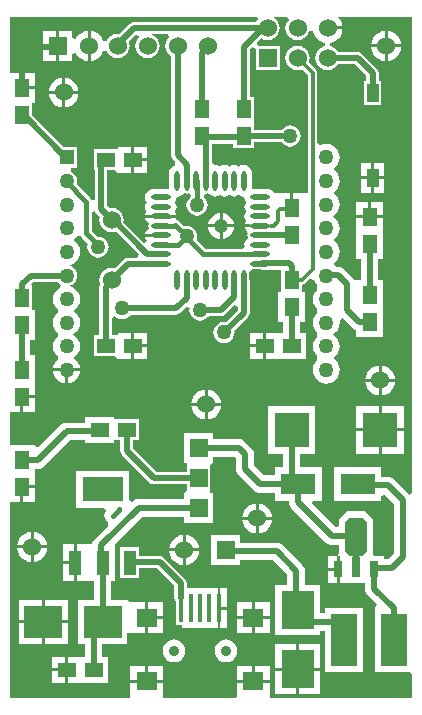
<source format=gtl>
%FSLAX25Y25*%
%MOIN*%
G70*
G01*
G75*
G04 Layer_Physical_Order=1*
G04 Layer_Color=255*
%ADD10R,0.05000X0.06000*%
%ADD11R,0.06000X0.05000*%
%ADD12R,0.04331X0.08465*%
%ADD13R,0.04331X0.08465*%
%ADD14R,0.13780X0.08465*%
%ADD15R,0.08661X0.17716*%
%ADD16R,0.07087X0.06299*%
%ADD17R,0.01575X0.09449*%
%ADD18R,0.03937X0.05906*%
%ADD19R,0.12598X0.11024*%
%ADD20R,0.02756X0.05315*%
%ADD21R,0.02756X0.07087*%
G04:AMPARAMS|DCode=22|XSize=74.8mil|YSize=129.92mil|CornerRadius=0mil|HoleSize=0mil|Usage=FLASHONLY|Rotation=0.000|XOffset=0mil|YOffset=0mil|HoleType=Round|Shape=Octagon|*
%AMOCTAGOND22*
4,1,8,-0.01870,0.06496,0.01870,0.06496,0.03740,0.04626,0.03740,-0.04626,0.01870,-0.06496,-0.01870,-0.06496,-0.03740,-0.04626,-0.03740,0.04626,-0.01870,0.06496,0.0*
%
%ADD22OCTAGOND22*%

%ADD23R,0.11024X0.12598*%
%ADD24R,0.11811X0.11811*%
%ADD25R,0.11811X0.07087*%
%ADD26O,0.01772X0.06496*%
%ADD27O,0.06496X0.01772*%
%ADD28C,0.01969*%
%ADD29C,0.01181*%
%ADD30C,0.01772*%
%ADD31C,0.06000*%
%ADD32R,0.06000X0.06000*%
%ADD33R,0.06000X0.06000*%
%ADD34R,0.05906X0.05906*%
%ADD35C,0.05000*%
%ADD36R,0.05000X0.05000*%
%ADD37C,0.04724*%
%ADD38C,0.03543*%
G36*
X138320Y70862D02*
X137201Y70482D01*
X137106Y70606D01*
X132106Y75606D01*
X131489Y76079D01*
X130771Y76377D01*
X130000Y76478D01*
X127874D01*
Y79512D01*
X112126D01*
Y68488D01*
X127874D01*
Y69871D01*
X128965Y70323D01*
X132022Y67266D01*
Y50734D01*
X130266Y48978D01*
X128752D01*
Y50163D01*
X125494D01*
X125209Y50853D01*
X125209D01*
D01*
D01*
X125209Y50853D01*
D01*
Y62073D01*
X122354Y64927D01*
X116646D01*
X113792Y62073D01*
Y59964D01*
X112700Y59512D01*
X104815Y67397D01*
X105267Y68488D01*
X108189D01*
Y79512D01*
X100978D01*
Y84126D01*
X105874D01*
Y99874D01*
X90126D01*
Y84126D01*
X95022D01*
Y79512D01*
X92441D01*
Y76978D01*
X88734D01*
X85478Y80234D01*
Y84000D01*
X85478Y84000D01*
X85377Y84771D01*
X85079Y85489D01*
X85079Y85489D01*
D01*
D01*
D01*
D01*
X85079Y85489D01*
D01*
D01*
Y85489D01*
D01*
X85079D01*
D01*
X85079D01*
D01*
D01*
X84606Y86106D01*
X84606Y86106D01*
X82606Y88106D01*
X81989Y88579D01*
X81271Y88877D01*
X80500Y88978D01*
X71921D01*
Y90921D01*
X62079D01*
Y81079D01*
X63047D01*
Y79953D01*
X63047D01*
Y78023D01*
X52838D01*
X45023Y85838D01*
Y88500D01*
X47000D01*
Y95500D01*
X39804D01*
X39804Y95500D01*
D01*
D01*
X39804Y95500D01*
X39000Y95500D01*
X38969Y95531D01*
Y96469D01*
X29032D01*
Y94478D01*
X23000D01*
X22229Y94377D01*
X21511Y94079D01*
X20894Y93606D01*
X20786Y93464D01*
X20644Y93356D01*
X13560Y86272D01*
X12468Y86724D01*
Y86968D01*
X4180D01*
Y98032D01*
X7500D01*
Y103001D01*
X7999D01*
Y103500D01*
X12468D01*
Y107032D01*
Y116969D01*
X10978D01*
Y122031D01*
X12468D01*
Y131968D01*
X11500D01*
Y131968D01*
Y132000D01*
X11500Y132804D01*
X11500D01*
D01*
Y132804D01*
X11500D01*
Y140000D01*
X11500Y140000D01*
X11500D01*
X11166Y140805D01*
X11834Y141473D01*
X20141D01*
X20504Y141000D01*
X21235Y140439D01*
X21235Y140439D01*
X20746Y139525D01*
X19813Y138809D01*
X19097Y137875D01*
X18646Y136788D01*
X18493Y135622D01*
X18646Y134456D01*
X19097Y133369D01*
X19813Y132435D01*
X20021Y132275D01*
Y131095D01*
X19813Y130935D01*
X19097Y130001D01*
X18646Y128914D01*
X18493Y127748D01*
X18646Y126582D01*
X19097Y125495D01*
X19813Y124561D01*
X20021Y124401D01*
Y123221D01*
X19813Y123061D01*
X19097Y122127D01*
X18646Y121040D01*
X18493Y119874D01*
X18646Y118708D01*
X19097Y117621D01*
X19813Y116687D01*
X20021Y116527D01*
Y115347D01*
X19813Y115187D01*
X19097Y114253D01*
X18646Y113166D01*
X18559Y112500D01*
X27441D01*
X27354Y113166D01*
X26903Y114253D01*
X26187Y115187D01*
X25253Y115903D01*
Y115971D01*
X26187Y116687D01*
X26903Y117621D01*
X27354Y118708D01*
X27507Y119874D01*
X27354Y121040D01*
X26903Y122127D01*
X26187Y123061D01*
X25253Y123777D01*
Y123845D01*
X26187Y124561D01*
X26903Y125495D01*
X27354Y126582D01*
X27507Y127748D01*
X27354Y128914D01*
X26903Y130001D01*
X26187Y130935D01*
X25253Y131651D01*
Y131719D01*
X26187Y132435D01*
X26903Y133369D01*
X27354Y134456D01*
X27507Y135622D01*
X27354Y136788D01*
X26903Y137875D01*
X26187Y138809D01*
X25253Y139525D01*
X24167Y139976D01*
Y139976D01*
X24169Y140192D01*
X24765Y140439D01*
D01*
X24765D01*
X24765Y140439D01*
X25496Y141000D01*
X26057Y141731D01*
X26410Y142582D01*
X26530Y143496D01*
X26410Y144410D01*
X26057Y145261D01*
X25496Y145992D01*
X24765Y146553D01*
X23914Y146906D01*
X24167Y147017D01*
D01*
X25253Y147467D01*
D01*
X25254D01*
X25253Y147467D01*
X26187Y148183D01*
X26903Y149117D01*
X27354Y150204D01*
X27507Y151370D01*
X27354Y152536D01*
X26903Y153623D01*
X26187Y154557D01*
X25253Y155273D01*
Y155341D01*
X26187Y156057D01*
X26551Y156531D01*
X27088Y156638D01*
X27824Y156614D01*
X28140Y156140D01*
X30171Y154110D01*
X30090Y153914D01*
X29970Y153000D01*
X30090Y152086D01*
X30443Y151235D01*
X31004Y150504D01*
X31735Y149943D01*
X32586Y149590D01*
X33500Y149470D01*
X34414Y149590D01*
X35265Y149943D01*
X35996Y150504D01*
X36557Y151235D01*
X36910Y152086D01*
X37030Y153000D01*
X36910Y153914D01*
X36557Y154765D01*
X35996Y155496D01*
X35265Y156057D01*
X34414Y156410D01*
X33500Y156530D01*
X33225Y156494D01*
X31423Y158296D01*
Y164774D01*
X32598Y164890D01*
X32631Y164726D01*
X33069Y164069D01*
X34102Y163037D01*
X33966Y162000D01*
X34103Y160956D01*
X34506Y159983D01*
X35147Y159147D01*
X35983Y158506D01*
X36956Y158103D01*
X38000Y157966D01*
X39044Y158103D01*
X39392Y158247D01*
X47048Y150591D01*
X46596Y149499D01*
X43476D01*
X42702Y149346D01*
X42046Y148907D01*
X39037Y145898D01*
X38000Y146035D01*
X36956Y145897D01*
X35983Y145494D01*
X35147Y144853D01*
X34506Y144017D01*
X34103Y143044D01*
X33966Y142000D01*
X34103Y140956D01*
X34288Y140509D01*
X34131Y140274D01*
X33977Y139500D01*
Y123500D01*
X32000D01*
Y116500D01*
X39196D01*
X40031Y115665D01*
Y115532D01*
X44500D01*
Y119999D01*
Y124469D01*
X40031D01*
Y123531D01*
X40000Y123500D01*
X39196Y123500D01*
X39196Y123500D01*
Y123500D01*
X38023D01*
Y129251D01*
X38642Y129726D01*
X39082Y129943D01*
X39735Y129443D01*
X40586Y129090D01*
X41500Y128970D01*
X42414Y129090D01*
X43265Y129443D01*
X43996Y130004D01*
X44359Y130477D01*
X59500D01*
X60274Y130631D01*
X60931Y131069D01*
X62990Y133129D01*
X64050Y132607D01*
X63970Y132000D01*
X64090Y131086D01*
X64443Y130235D01*
X65004Y129504D01*
X65735Y128943D01*
X66586Y128590D01*
X67500Y128470D01*
X68414Y128590D01*
X69265Y128943D01*
X69996Y129504D01*
X70359Y129977D01*
X74500D01*
X75274Y130131D01*
X75931Y130569D01*
X78909Y133548D01*
X80001Y133096D01*
Y131862D01*
X76091Y127952D01*
X75500Y128030D01*
X74586Y127910D01*
X73735Y127557D01*
X73004Y126996D01*
X72443Y126265D01*
X72090Y125414D01*
X71970Y124500D01*
X72090Y123586D01*
X72443Y122735D01*
X73004Y122004D01*
X73735Y121443D01*
X74586Y121090D01*
X75500Y120970D01*
X76414Y121090D01*
X77265Y121443D01*
X77996Y122004D01*
X78557Y122735D01*
X78910Y123586D01*
X79030Y124500D01*
X78952Y125091D01*
X83454Y129593D01*
X83893Y130249D01*
X84047Y131024D01*
Y141965D01*
X83946Y142469D01*
Y144327D01*
X83849Y144816D01*
X84684Y145651D01*
X85173Y145554D01*
X87614D01*
X88000Y145477D01*
X94500D01*
Y138804D01*
X94500Y138804D01*
X94500D01*
X94500Y138000D01*
X94468Y137969D01*
X93532D01*
Y128032D01*
X95022D01*
Y124469D01*
X89500D01*
Y119999D01*
Y115532D01*
X102969D01*
Y124469D01*
X100978D01*
Y128032D01*
X102469D01*
Y137969D01*
X101532D01*
X101500Y138000D01*
X101500Y138804D01*
X101500D01*
D01*
Y138804D01*
X101500D01*
Y140378D01*
X102121Y140502D01*
X102647Y140853D01*
X104176Y142382D01*
X105334Y142152D01*
X105711Y141243D01*
X106427Y140309D01*
X106635Y140149D01*
Y138969D01*
X106427Y138809D01*
X105711Y137875D01*
X105261Y136788D01*
X105107Y135622D01*
X105261Y134456D01*
X105711Y133369D01*
X106427Y132435D01*
X106635Y132275D01*
Y131095D01*
X106427Y130935D01*
X105711Y130001D01*
X105261Y128914D01*
X105107Y127748D01*
X105261Y126582D01*
X105711Y125495D01*
X106427Y124561D01*
X106635Y124401D01*
Y123221D01*
X106427Y123061D01*
X105711Y122127D01*
X105261Y121040D01*
X105107Y119874D01*
X105261Y118708D01*
X105711Y117621D01*
X106427Y116687D01*
X106635Y116527D01*
Y115347D01*
X106427Y115187D01*
X105711Y114253D01*
X105261Y113166D01*
X105107Y112000D01*
X105261Y110834D01*
X105711Y109747D01*
X106427Y108813D01*
X107361Y108097D01*
X108448Y107647D01*
X109614Y107493D01*
X110781Y107647D01*
X111868Y108097D01*
X112801Y108813D01*
X113517Y109747D01*
X113968Y110834D01*
X114121Y112000D01*
X113968Y113166D01*
X113517Y114253D01*
X112801Y115187D01*
X111868Y115903D01*
Y115971D01*
X112801Y116687D01*
X113517Y117621D01*
X113968Y118708D01*
X114121Y119874D01*
X113968Y121040D01*
X113517Y122127D01*
X112801Y123061D01*
X111868Y123777D01*
Y123845D01*
X112801Y124561D01*
X113517Y125495D01*
X113968Y126582D01*
X114121Y127748D01*
X113994Y128712D01*
X115054Y129235D01*
X118394Y125894D01*
X118394Y125894D01*
X119011Y125421D01*
X119532Y125205D01*
Y123031D01*
X128469D01*
Y132032D01*
Y141969D01*
X126978D01*
Y149031D01*
X128469D01*
Y158031D01*
Y162500D01*
X119532D01*
Y158031D01*
Y149031D01*
X121022D01*
Y141969D01*
X119532D01*
Y141969D01*
X119088D01*
X119079Y141989D01*
X118606Y142606D01*
X115606Y145606D01*
X114989Y146079D01*
X114271Y146377D01*
X113500Y146478D01*
X112958D01*
X112801Y146683D01*
X111868Y147399D01*
Y147467D01*
X112801Y148183D01*
X113517Y149117D01*
X113968Y150204D01*
X114121Y151370D01*
X113968Y152536D01*
X113517Y153623D01*
X112801Y154557D01*
X111868Y155273D01*
Y155341D01*
X112801Y156057D01*
X113517Y156991D01*
X113968Y158078D01*
X114121Y159244D01*
X113968Y160410D01*
X113517Y161497D01*
X112801Y162431D01*
X111868Y163147D01*
Y163215D01*
X112801Y163931D01*
X113517Y164865D01*
X113968Y165952D01*
X114121Y167118D01*
X113968Y168285D01*
X113517Y169372D01*
X112801Y170305D01*
X111868Y171021D01*
Y171089D01*
X112801Y171805D01*
X113517Y172739D01*
X113968Y173826D01*
X114121Y174992D01*
X113968Y176159D01*
X113517Y177246D01*
X112801Y178179D01*
X111868Y178895D01*
Y178963D01*
X112801Y179679D01*
X113517Y180613D01*
X113968Y181700D01*
X114121Y182866D01*
X113968Y184033D01*
X113517Y185120D01*
X112801Y186053D01*
X111868Y186769D01*
X110781Y187220D01*
X109614Y187373D01*
X108448Y187220D01*
X107604Y186870D01*
X106622Y187526D01*
Y211000D01*
X106498Y211621D01*
X106147Y212147D01*
X106147Y212147D01*
D01*
X106147D01*
D01*
D01*
X106147Y212147D01*
Y212147D01*
X103733Y214560D01*
X103897Y214956D01*
X104034Y216000D01*
X103897Y217044D01*
X103494Y218017D01*
X102853Y218853D01*
X102017Y219494D01*
X101044Y219897D01*
X100000Y220035D01*
X98956Y219897D01*
X97983Y219494D01*
X97147Y218853D01*
X96506Y218017D01*
X96103Y217044D01*
X95965Y216000D01*
X96103Y214956D01*
X96506Y213983D01*
X97147Y213147D01*
X97983Y212506D01*
X98956Y212103D01*
X100000Y211965D01*
X101044Y212103D01*
X101440Y212267D01*
X103378Y210328D01*
Y170968D01*
X102469D01*
Y170968D01*
X98500D01*
Y165999D01*
X97500D01*
Y170968D01*
X93532D01*
Y170968D01*
X93485Y170931D01*
X92312Y171066D01*
X91933Y171559D01*
X91337Y172017D01*
X90643Y172304D01*
X89898Y172403D01*
X85173D01*
X84903Y172673D01*
Y177398D01*
X84804Y178143D01*
X84517Y178837D01*
X84059Y179433D01*
X83463Y179891D01*
X82769Y180178D01*
X82024Y180277D01*
X81279Y180178D01*
X80584Y179891D01*
X80449Y179787D01*
X80313Y179891D01*
X79619Y180178D01*
X78874Y180277D01*
X78129Y180178D01*
X77434Y179891D01*
X77299Y179787D01*
X77164Y179891D01*
X76469Y180178D01*
X75724Y180277D01*
X74979Y180178D01*
X74285Y179891D01*
X74150Y179787D01*
X74014Y179891D01*
X73320Y180178D01*
X72575Y180277D01*
X72411Y180255D01*
X71523Y181034D01*
Y187477D01*
X78500D01*
Y186000D01*
X85500D01*
Y187977D01*
X94641D01*
X95004Y187504D01*
X95735Y186943D01*
X96586Y186590D01*
X97500Y186470D01*
X98414Y186590D01*
X99265Y186943D01*
X99996Y187504D01*
X100557Y188235D01*
X100910Y189086D01*
X101030Y190000D01*
X100910Y190914D01*
X100557Y191765D01*
X99996Y192496D01*
X99265Y193057D01*
X98414Y193410D01*
X97500Y193530D01*
X96586Y193410D01*
X95735Y193057D01*
X95004Y192496D01*
X94641Y192023D01*
X85500D01*
Y194000D01*
D01*
Y194000D01*
X85500Y194000D01*
Y195000D01*
X85500D01*
Y203000D01*
X84023D01*
Y218662D01*
X84909Y219548D01*
X86000Y219096D01*
Y212000D01*
X94000D01*
Y220000D01*
X86904D01*
X86452Y221091D01*
X87917Y222556D01*
X87983Y222506D01*
X88956Y222103D01*
X90000Y221966D01*
X91044Y222103D01*
X92017Y222506D01*
X92853Y223147D01*
X93494Y223983D01*
X93897Y224956D01*
X94034Y226000D01*
X93897Y227044D01*
X93494Y228017D01*
X92853Y228853D01*
X92017Y229494D01*
X92082Y229820D01*
X96405D01*
X96821Y229278D01*
X97076Y228760D01*
X96506Y228017D01*
X96103Y227044D01*
X95965Y226000D01*
X96103Y224956D01*
X96506Y223983D01*
X97147Y223147D01*
X97983Y222506D01*
X98956Y222103D01*
X100000Y221966D01*
X101044Y222103D01*
X102017Y222506D01*
X102853Y223147D01*
X103494Y223983D01*
X103897Y224956D01*
X103921Y225138D01*
X105102D01*
X105159Y224703D01*
X105660Y223494D01*
X106456Y222456D01*
X107494Y221660D01*
X108703Y221159D01*
X109138Y221102D01*
Y219921D01*
X108956Y219897D01*
X107983Y219494D01*
X107147Y218853D01*
X106506Y218017D01*
X106103Y217044D01*
X105965Y216000D01*
X106103Y214956D01*
X106506Y213983D01*
X107147Y213147D01*
X107983Y212506D01*
X108956Y212103D01*
X110000Y211965D01*
X111044Y212103D01*
X112017Y212506D01*
X112853Y213147D01*
X113489Y213977D01*
X119162D01*
X122977Y210162D01*
Y208299D01*
X122031D01*
Y200394D01*
X127969D01*
Y208299D01*
X127023D01*
Y211000D01*
D01*
X127023Y211000D01*
D01*
D01*
D01*
D01*
Y211000D01*
D01*
D01*
D01*
D01*
D01*
D01*
D01*
D01*
X127023Y211000D01*
X126869Y211774D01*
X126721Y211996D01*
X126721Y211996D01*
X126431Y212431D01*
Y212431D01*
D01*
D01*
D01*
X126430Y212431D01*
X121431Y217431D01*
X120774Y217869D01*
X120000Y218023D01*
X113489D01*
X112853Y218853D01*
X112017Y219494D01*
X111044Y219897D01*
X110862Y219921D01*
Y221102D01*
X111297Y221159D01*
X112506Y221660D01*
X113544Y222456D01*
X114340Y223494D01*
X114841Y224703D01*
X114945Y225500D01*
X109999D01*
Y226500D01*
X114945D01*
X114841Y227297D01*
X114340Y228506D01*
X113544Y229544D01*
X113637Y229820D01*
X138320D01*
Y70862D01*
D02*
G37*
G36*
X29032Y87532D02*
X38969D01*
Y88500D01*
X39804Y88500D01*
X39804D01*
Y88500D01*
D01*
D01*
D01*
X40977D01*
Y85000D01*
X40977Y85000D01*
X40977D01*
X41131Y84226D01*
X41569Y83569D01*
X50569Y74569D01*
X51226Y74131D01*
X52000Y73977D01*
X63047D01*
Y72047D01*
X63047D01*
Y71756D01*
X62212Y70921D01*
X62079D01*
Y68978D01*
X47000D01*
X47000Y68978D01*
X46615Y68928D01*
X46229Y68877D01*
X45511Y68579D01*
X44918Y68124D01*
X43858Y68646D01*
Y78406D01*
X26142D01*
Y66004D01*
X35500D01*
X36022Y64945D01*
X36007Y64925D01*
X35719Y64231D01*
X35621Y63485D01*
X35719Y62740D01*
X36007Y62046D01*
X36464Y61450D01*
X36757Y61225D01*
X36834Y60046D01*
X32394Y55606D01*
X31921Y54989D01*
X31623Y54271D01*
X31587Y53996D01*
X30914D01*
X30914Y53996D01*
D01*
D01*
X30914Y53996D01*
X30866Y53996D01*
X30472Y53996D01*
X30079Y53996D01*
X30031Y53996D01*
X30031Y53996D01*
Y53996D01*
X26445D01*
Y47794D01*
Y41594D01*
X30079D01*
Y41594D01*
X30866Y41594D01*
X30914Y41594D01*
Y41594D01*
X30914D01*
X30914D01*
Y41594D01*
D01*
D01*
D01*
X32022D01*
Y35480D01*
X26732D01*
Y20520D01*
X29022D01*
Y16468D01*
X23500D01*
Y11999D01*
Y7531D01*
X36968D01*
Y16468D01*
X34978D01*
Y20520D01*
X43268D01*
Y24337D01*
X44272D01*
Y24337D01*
X49284D01*
Y29454D01*
Y34573D01*
X44272D01*
Y34573D01*
X44103D01*
X43268Y35408D01*
Y35480D01*
X37978D01*
Y41594D01*
X39134D01*
Y53922D01*
X48234Y63022D01*
X62079D01*
Y61079D01*
X71921D01*
Y70921D01*
X70953D01*
Y72047D01*
X70953D01*
Y79953D01*
X70953D01*
Y80244D01*
X71788Y81079D01*
X71921D01*
Y83022D01*
X79266D01*
X79522Y82766D01*
Y79000D01*
X79623Y78229D01*
X79921Y77511D01*
X80394Y76894D01*
X85394Y71894D01*
X86011Y71421D01*
X86729Y71123D01*
X87500Y71022D01*
X87500Y71022D01*
X92441D01*
Y68488D01*
X97022D01*
Y68000D01*
X97123Y67229D01*
X97421Y66511D01*
X97894Y65894D01*
X109394Y54394D01*
X109394Y54394D01*
X110011Y53921D01*
X110729Y53623D01*
X110819Y53611D01*
X111500Y53522D01*
X111500Y53522D01*
X113792D01*
Y50853D01*
X113792Y50853D01*
X113792Y50853D01*
X113506Y50164D01*
X114094D01*
Y45536D01*
Y40911D01*
X116154D01*
Y40911D01*
X122522D01*
Y39000D01*
X122522Y39000D01*
X122522D01*
X122623Y38229D01*
X122921Y37511D01*
X123394Y36894D01*
X126370Y33918D01*
X125918Y32827D01*
X125701D01*
Y11173D01*
X137484D01*
X138320Y10338D01*
Y2680D01*
X90728D01*
Y2680D01*
Y3077D01*
X90728Y3516D01*
X90728D01*
D01*
Y3516D01*
X90728D01*
Y7695D01*
X79705D01*
Y3516D01*
X79705Y3516D01*
X79705D01*
X79705Y3077D01*
X79308Y2680D01*
X55295D01*
Y2680D01*
Y3077D01*
X55295Y3516D01*
X55295D01*
D01*
Y3516D01*
X55295D01*
Y7695D01*
X44272D01*
Y3516D01*
X44272Y3516D01*
X44272D01*
X44272Y3077D01*
X43875Y2680D01*
X4180D01*
Y68032D01*
X7500D01*
Y73001D01*
X7999D01*
Y73500D01*
X12468D01*
Y77031D01*
Y79022D01*
X13500D01*
X14271Y79123D01*
X14989Y79421D01*
X15606Y79894D01*
X24234Y88522D01*
X29032D01*
Y87532D01*
D02*
G37*
G36*
X86821Y229278D02*
X86945Y229026D01*
X86321Y228023D01*
X45500D01*
X44726Y227869D01*
X44069Y227431D01*
X40595Y223956D01*
X40000Y224035D01*
X38956Y223897D01*
X37983Y223494D01*
X37147Y222853D01*
X36506Y222017D01*
X36365Y221676D01*
X35184D01*
X34840Y222506D01*
X34044Y223544D01*
X33006Y224340D01*
X31797Y224841D01*
X31000Y224945D01*
Y219999D01*
Y215054D01*
X31797Y215159D01*
X33006Y215660D01*
X34044Y216456D01*
X34840Y217494D01*
X35184Y218324D01*
X36365D01*
X36506Y217983D01*
X37147Y217147D01*
X37983Y216506D01*
X38956Y216103D01*
X40000Y215966D01*
X41044Y216103D01*
X42017Y216506D01*
X42853Y217147D01*
X43494Y217983D01*
X43897Y218956D01*
X44034Y220000D01*
X43897Y221044D01*
X43753Y221392D01*
X45873Y223512D01*
X47024Y223244D01*
X47155Y222859D01*
X47147Y222853D01*
X46506Y222017D01*
X46103Y221044D01*
X45965Y220000D01*
X46103Y218956D01*
X46506Y217983D01*
X47147Y217147D01*
X47983Y216506D01*
X48956Y216103D01*
X50000Y215966D01*
X51044Y216103D01*
X52017Y216506D01*
X52853Y217147D01*
X53494Y217983D01*
X53897Y218956D01*
X54035Y220000D01*
X53897Y221044D01*
X53494Y222017D01*
X52853Y222853D01*
X52017Y223494D01*
X51044Y223897D01*
Y223897D01*
X51050Y223977D01*
X56775D01*
X57155Y222859D01*
X57147Y222853D01*
X56506Y222017D01*
X56103Y221044D01*
X55966Y220000D01*
X56103Y218956D01*
X56506Y217983D01*
X57147Y217147D01*
X57977Y216511D01*
Y183500D01*
X57977Y183500D01*
X57977D01*
X58131Y182726D01*
X58569Y182069D01*
X59045Y181594D01*
X59190Y180492D01*
X59118Y180132D01*
X58537Y179891D01*
X57941Y179433D01*
X57483Y178837D01*
X57196Y178143D01*
X57097Y177398D01*
Y172673D01*
X56827Y172403D01*
X52102D01*
X51357Y172304D01*
X50663Y172017D01*
X50067Y171559D01*
X49609Y170963D01*
X49321Y170269D01*
X49223Y169524D01*
X49321Y168779D01*
X49609Y168084D01*
X49713Y167949D01*
X49609Y167814D01*
X49321Y167119D01*
X49223Y166374D01*
X49321Y165629D01*
X49609Y164935D01*
X49713Y164799D01*
X49609Y164664D01*
X49321Y163970D01*
X49289Y163724D01*
X51040D01*
X51357Y163593D01*
X52102Y163495D01*
X56827D01*
X57572Y163593D01*
X57889Y163724D01*
X59640D01*
X59608Y163970D01*
X59320Y164664D01*
X59216Y164799D01*
X59320Y164935D01*
X59608Y165629D01*
X59706Y166374D01*
X59608Y167119D01*
X59320Y167814D01*
X59216Y167949D01*
X59320Y168084D01*
X59608Y168779D01*
X59706Y169524D01*
X59976Y169794D01*
X60721Y169892D01*
X61416Y170180D01*
X62012Y170638D01*
X62272Y170976D01*
X62390Y170897D01*
X63126Y170750D01*
X63664Y170858D01*
X64577Y170108D01*
X64577Y170108D01*
X64004Y169496D01*
X64004Y169496D01*
X63443Y168765D01*
X63090Y167914D01*
X62970Y167000D01*
X63090Y166086D01*
X63443Y165235D01*
X64004Y164504D01*
X64735Y163943D01*
X65586Y163590D01*
X66500Y163470D01*
X67414Y163590D01*
X68265Y163943D01*
X68996Y164504D01*
X69557Y165235D01*
X69910Y166086D01*
X70030Y167000D01*
X69910Y167914D01*
X69557Y168765D01*
X68996Y169496D01*
X68703Y169721D01*
X69083Y170561D01*
X69336Y170768D01*
X69425Y170750D01*
X70161Y170897D01*
X70279Y170976D01*
X70539Y170638D01*
X71135Y170180D01*
X71830Y169892D01*
X72575Y169794D01*
X73320Y169892D01*
X74014Y170180D01*
X74150Y170284D01*
X74285Y170180D01*
X74979Y169892D01*
X75724Y169794D01*
X76469Y169892D01*
X77164Y170180D01*
X77299Y170284D01*
X77434Y170180D01*
X78129Y169892D01*
X78874Y169794D01*
X79619Y169892D01*
X80313Y170180D01*
X80449Y170284D01*
X80584Y170180D01*
X81279Y169892D01*
X82024Y169794D01*
X82294Y169524D01*
X82392Y168779D01*
X82680Y168084D01*
X82784Y167949D01*
X82680Y167814D01*
X82392Y167119D01*
X82294Y166374D01*
X82392Y165629D01*
X82680Y164935D01*
X82784Y164799D01*
X82680Y164664D01*
X82392Y163970D01*
X82294Y163224D01*
X82392Y162479D01*
X82680Y161785D01*
X82784Y161650D01*
X82680Y161514D01*
X82392Y160820D01*
X82360Y160575D01*
X84111D01*
X84428Y160443D01*
X85173Y160345D01*
X87536D01*
Y159575D01*
X82360D01*
X82392Y159330D01*
X82680Y158635D01*
X83138Y158039D01*
X83476Y157779D01*
X83397Y157661D01*
X83250Y156925D01*
X83397Y156189D01*
X83476Y156071D01*
X83138Y155811D01*
X82680Y155215D01*
X82392Y154521D01*
X82294Y153776D01*
X82355Y153311D01*
X81577Y152423D01*
X73000D01*
X72750Y152373D01*
X72500Y152423D01*
X69296D01*
X66329Y155390D01*
X66410Y155586D01*
X66530Y156500D01*
X66410Y157414D01*
X66057Y158265D01*
X65496Y158996D01*
X64765Y159557D01*
X63914Y159910D01*
X63000Y160030D01*
X62283Y159936D01*
X60610Y161610D01*
X59986Y162026D01*
X59834Y162057D01*
X59608Y162479D01*
X59640Y162724D01*
X49289D01*
X49321Y162479D01*
X49609Y161785D01*
X50067Y161189D01*
X50405Y160929D01*
X50326Y160811D01*
X50180Y160075D01*
X50326Y159339D01*
X50405Y159221D01*
X50067Y158961D01*
X49609Y158365D01*
X49321Y157670D01*
X49289Y157425D01*
X54466D01*
Y156425D01*
X49289D01*
X49321Y156180D01*
X49609Y155486D01*
X49830Y155198D01*
X48942Y154419D01*
X41956Y161405D01*
X42035Y162000D01*
X41897Y163044D01*
X41494Y164017D01*
X40853Y164853D01*
X40017Y165494D01*
X39044Y165897D01*
X38000Y166034D01*
X37411Y165957D01*
X36523Y166736D01*
Y178500D01*
X39196D01*
X40031Y177665D01*
Y177532D01*
X44500D01*
Y181999D01*
Y186469D01*
X40031D01*
Y185531D01*
X40000Y185500D01*
X39196Y185500D01*
X39196Y185500D01*
Y185500D01*
X32000D01*
Y178500D01*
X32477D01*
Y168726D01*
X31302Y168610D01*
X31276Y168736D01*
X30860Y169360D01*
X26331Y173888D01*
X26410Y174079D01*
X26530Y174992D01*
X26410Y175906D01*
X26057Y176757D01*
X25496Y177488D01*
X24765Y178049D01*
X24383Y178208D01*
X24613Y179366D01*
X26500D01*
Y186366D01*
X21995D01*
X11500Y196861D01*
Y200196D01*
X11500Y200196D01*
D01*
D01*
X11500Y201000D01*
D01*
X11531Y201031D01*
X12468D01*
Y205500D01*
X7999D01*
Y205999D01*
X7500D01*
Y210968D01*
X4180D01*
Y229820D01*
X86405D01*
X86821Y229278D01*
D02*
G37*
%LPC*%
G36*
X25445Y47295D02*
X21811D01*
Y41594D01*
X25445D01*
Y47295D01*
D02*
G37*
G36*
X113094Y50163D02*
X110248D01*
Y46037D01*
X113094D01*
Y50163D01*
D02*
G37*
G36*
X67166Y51500D02*
X62720D01*
Y47054D01*
X63517Y47159D01*
X64726Y47660D01*
X65764Y48456D01*
X66560Y49494D01*
X67061Y50703D01*
X67166Y51500D01*
D02*
G37*
G36*
X61720D02*
X57275D01*
X57380Y50703D01*
X57880Y49494D01*
X58677Y48456D01*
X59715Y47660D01*
X60923Y47159D01*
X61720Y47054D01*
Y51500D01*
D02*
G37*
G36*
X113094Y45037D02*
X110248D01*
Y40911D01*
X113094D01*
Y45037D01*
D02*
G37*
G36*
X55295Y34573D02*
X50284D01*
Y29955D01*
X55295D01*
Y34573D01*
D02*
G37*
G36*
X23583Y35480D02*
X15815D01*
Y28500D01*
X23583D01*
Y35480D01*
D02*
G37*
G36*
X84716Y34573D02*
X79705D01*
Y29955D01*
X84716D01*
Y34573D01*
D02*
G37*
G36*
X76555Y39298D02*
X74299D01*
Y33105D01*
X76555D01*
Y39298D01*
D02*
G37*
G36*
X90728Y34573D02*
X85716D01*
Y29955D01*
X90728D01*
Y34573D01*
D02*
G37*
G36*
X11000Y52500D02*
X6555D01*
X6659Y51703D01*
X7160Y50494D01*
X7956Y49456D01*
X8994Y48660D01*
X10203Y48159D01*
X11000Y48055D01*
Y52500D01*
D02*
G37*
G36*
X86000Y62000D02*
X81555D01*
X81659Y61203D01*
X82160Y59994D01*
X82956Y58956D01*
X83994Y58160D01*
X85203Y57659D01*
X86000Y57555D01*
Y62000D01*
D02*
G37*
G36*
X12000Y57946D02*
Y53500D01*
X16445D01*
X16341Y54297D01*
X15840Y55506D01*
X15044Y56544D01*
X14006Y57340D01*
X12797Y57841D01*
X12000Y57946D01*
D02*
G37*
G36*
X91445Y62000D02*
X87000D01*
Y57555D01*
X87797Y57659D01*
X89006Y58160D01*
X90044Y58956D01*
X90840Y59994D01*
X91341Y61203D01*
X91445Y62000D01*
D02*
G37*
G36*
X87000Y67445D02*
Y63000D01*
X91445D01*
X91341Y63797D01*
X90840Y65006D01*
X90044Y66044D01*
X89006Y66840D01*
X87797Y67341D01*
X87000Y67445D01*
D02*
G37*
G36*
X86000D02*
X85203Y67341D01*
X83994Y66840D01*
X82956Y66044D01*
X82160Y65006D01*
X81659Y63797D01*
X81555Y63000D01*
X86000D01*
Y67445D01*
D02*
G37*
G36*
X25445Y53996D02*
X21811D01*
Y48295D01*
X25445D01*
Y53996D01*
D02*
G37*
G36*
X16445Y52500D02*
X12000D01*
Y48055D01*
X12797Y48159D01*
X14006Y48660D01*
X15044Y49456D01*
X15840Y50494D01*
X16341Y51703D01*
X16445Y52500D01*
D02*
G37*
G36*
X61720Y56946D02*
X60923Y56841D01*
X59715Y56340D01*
X58677Y55544D01*
X57880Y54506D01*
X57380Y53297D01*
X57275Y52500D01*
X61720D01*
Y56946D01*
D02*
G37*
G36*
X11000Y57946D02*
X10203Y57841D01*
X8994Y57340D01*
X7956Y56544D01*
X7160Y55506D01*
X6659Y54297D01*
X6555Y53500D01*
X11000D01*
Y57946D01*
D02*
G37*
G36*
X62720Y56946D02*
Y52500D01*
X67166D01*
X67061Y53297D01*
X66560Y54506D01*
X65764Y55544D01*
X64726Y56340D01*
X63517Y56841D01*
X62720Y56946D01*
D02*
G37*
G36*
X90728Y13313D02*
X85716D01*
Y8695D01*
X90728D01*
Y13313D01*
D02*
G37*
G36*
X84716D02*
X79705D01*
Y8695D01*
X84716D01*
Y13313D01*
D02*
G37*
G36*
X80968Y56968D02*
X71031D01*
Y47032D01*
X80968D01*
Y48522D01*
X91766D01*
X96522Y43766D01*
Y40268D01*
X92520D01*
Y23732D01*
X107480D01*
Y25022D01*
X109165D01*
Y11173D01*
X121764D01*
Y32827D01*
X109165D01*
Y30978D01*
X107480D01*
Y40268D01*
X102478D01*
Y45000D01*
X102478Y45000D01*
X102377Y45771D01*
X102079Y46489D01*
X101606Y47106D01*
X95106Y53606D01*
X94489Y54079D01*
X93771Y54377D01*
X93000Y54478D01*
X80968D01*
Y56968D01*
D02*
G37*
G36*
X99500Y20583D02*
X92520D01*
Y12815D01*
X99500D01*
Y20583D01*
D02*
G37*
G36*
X22500Y16468D02*
X18032D01*
Y12500D01*
X22500D01*
Y16468D01*
D02*
G37*
G36*
X107480Y11815D02*
X100500D01*
Y4047D01*
X107480D01*
Y11815D01*
D02*
G37*
G36*
X99500D02*
X92520D01*
Y4047D01*
X99500D01*
Y11815D01*
D02*
G37*
G36*
X22500Y11500D02*
X18032D01*
Y7531D01*
X22500D01*
Y11500D01*
D02*
G37*
G36*
X55295Y13313D02*
X50284D01*
Y8695D01*
X55295D01*
Y13313D01*
D02*
G37*
G36*
X49284D02*
X44272D01*
Y8695D01*
X49284D01*
Y13313D01*
D02*
G37*
G36*
X107480Y20583D02*
X100500D01*
Y12815D01*
X107480D01*
Y20583D01*
D02*
G37*
G36*
X90728Y28955D02*
X85716D01*
Y24337D01*
X90728D01*
Y28955D01*
D02*
G37*
G36*
X84716D02*
X79705D01*
Y24337D01*
X84716D01*
Y28955D01*
D02*
G37*
G36*
X47221Y53027D02*
X40890D01*
Y42563D01*
X47221D01*
Y45977D01*
X53162D01*
X58977Y40162D01*
Y36000D01*
X59131Y35226D01*
X59413Y34803D01*
Y26880D01*
X61594D01*
Y25912D01*
X73406D01*
Y32604D01*
Y39298D01*
X63023D01*
Y41000D01*
X62869Y41774D01*
X62724Y41992D01*
X62431Y42431D01*
X55431Y49431D01*
X54774Y49869D01*
X54000Y50023D01*
X47221D01*
Y53027D01*
D02*
G37*
G36*
X14815Y35480D02*
X7047D01*
Y28500D01*
X14815D01*
Y35480D01*
D02*
G37*
G36*
X76555Y32105D02*
X74299D01*
Y25912D01*
X76555D01*
Y32105D01*
D02*
G37*
G36*
X76161Y22204D02*
X75185Y22075D01*
X74275Y21699D01*
X73494Y21099D01*
X72894Y20318D01*
X72518Y19408D01*
X72389Y18432D01*
X72518Y17455D01*
X72894Y16545D01*
X73494Y15764D01*
X74275Y15165D01*
X75185Y14788D01*
X76161Y14659D01*
X77138Y14788D01*
X78048Y15165D01*
X78829Y15764D01*
X79428Y16545D01*
X79805Y17455D01*
X79934Y18432D01*
X79805Y19408D01*
X79428Y20318D01*
X78829Y21099D01*
X78048Y21699D01*
X77138Y22075D01*
X76161Y22204D01*
D02*
G37*
G36*
X58839D02*
X57862Y22075D01*
X56952Y21699D01*
X56171Y21099D01*
X55572Y20318D01*
X55195Y19408D01*
X55066Y18432D01*
X55195Y17455D01*
X55572Y16545D01*
X56171Y15764D01*
X56952Y15165D01*
X57862Y14788D01*
X58839Y14659D01*
X59815Y14788D01*
X60725Y15165D01*
X61506Y15764D01*
X62106Y16545D01*
X62483Y17455D01*
X62611Y18432D01*
X62483Y19408D01*
X62106Y20318D01*
X61506Y21099D01*
X60725Y21699D01*
X59815Y22075D01*
X58839Y22204D01*
D02*
G37*
G36*
X14815Y27500D02*
X7047D01*
Y20520D01*
X14815D01*
Y27500D01*
D02*
G37*
G36*
X55295Y28955D02*
X50284D01*
Y24337D01*
X55295D01*
Y28955D01*
D02*
G37*
G36*
X23583Y27500D02*
X15815D01*
Y20520D01*
X23583D01*
Y27500D01*
D02*
G37*
G36*
X12468Y72500D02*
X8500D01*
Y68032D01*
X12468D01*
Y72500D01*
D02*
G37*
G36*
X128937Y180921D02*
X125500D01*
Y176500D01*
X128937D01*
Y180921D01*
D02*
G37*
G36*
X124500D02*
X121063D01*
Y176500D01*
X124500D01*
Y180921D01*
D02*
G37*
G36*
X49968Y181500D02*
X45500D01*
Y177532D01*
X49968D01*
Y181500D01*
D02*
G37*
G36*
X21500Y204000D02*
X17054D01*
X17159Y203203D01*
X17660Y201994D01*
X18456Y200956D01*
X19494Y200160D01*
X20703Y199659D01*
X21500Y199555D01*
Y204000D01*
D02*
G37*
G36*
X49968Y186469D02*
X45500D01*
Y182500D01*
X49968D01*
Y186469D01*
D02*
G37*
G36*
X123500Y167968D02*
X119532D01*
Y163500D01*
X123500D01*
Y167968D01*
D02*
G37*
G36*
X75000Y164302D02*
Y160500D01*
X78802D01*
X78719Y161130D01*
X78283Y162184D01*
X77589Y163089D01*
X76684Y163783D01*
X75630Y164219D01*
X75000Y164302D01*
D02*
G37*
G36*
X128469Y167968D02*
X124500D01*
Y163500D01*
X128469D01*
Y167968D01*
D02*
G37*
G36*
X128937Y175500D02*
X125500D01*
Y171079D01*
X128937D01*
Y175500D01*
D02*
G37*
G36*
X124500D02*
X121063D01*
Y171079D01*
X124500D01*
Y175500D01*
D02*
G37*
G36*
X26945Y204000D02*
X22500D01*
Y199555D01*
X23297Y199659D01*
X24506Y200160D01*
X25544Y200956D01*
X26340Y201994D01*
X26841Y203203D01*
X26945Y204000D01*
D02*
G37*
G36*
X134446Y219500D02*
X130000D01*
Y215054D01*
X130797Y215159D01*
X132006Y215660D01*
X133044Y216456D01*
X133840Y217494D01*
X134341Y218703D01*
X134446Y219500D01*
D02*
G37*
G36*
X129000D02*
X124555D01*
X124659Y218703D01*
X125160Y217494D01*
X125956Y216456D01*
X126994Y215660D01*
X128203Y215159D01*
X129000Y215054D01*
Y219500D01*
D02*
G37*
G36*
X19500Y224969D02*
X15032D01*
Y220500D01*
X19500D01*
Y224969D01*
D02*
G37*
G36*
X130000Y224945D02*
Y220500D01*
X134446D01*
X134341Y221297D01*
X133840Y222506D01*
X133044Y223544D01*
X132006Y224340D01*
X130797Y224841D01*
X130000Y224945D01*
D02*
G37*
G36*
X129000D02*
X128203Y224841D01*
X126994Y224340D01*
X125956Y223544D01*
X125160Y222506D01*
X124659Y221297D01*
X124555Y220500D01*
X129000D01*
Y224945D01*
D02*
G37*
G36*
X22500Y209446D02*
Y205000D01*
X26945D01*
X26841Y205797D01*
X26340Y207006D01*
X25544Y208044D01*
X24506Y208840D01*
X23297Y209341D01*
X22500Y209446D01*
D02*
G37*
G36*
X21500D02*
X20703Y209341D01*
X19494Y208840D01*
X18456Y208044D01*
X17660Y207006D01*
X17159Y205797D01*
X17054Y205000D01*
X21500D01*
Y209446D01*
D02*
G37*
G36*
X12468Y210968D02*
X8500D01*
Y206500D01*
X12468D01*
Y210968D01*
D02*
G37*
G36*
X24969Y224969D02*
X20500D01*
Y219999D01*
Y215032D01*
X24969D01*
Y217344D01*
X26127Y217574D01*
X26160Y217494D01*
X26956Y216456D01*
X27994Y215660D01*
X29203Y215159D01*
X30000Y215054D01*
Y219999D01*
Y224945D01*
X29203Y224841D01*
X27994Y224340D01*
X26956Y223544D01*
X26160Y222506D01*
X26127Y222426D01*
X24969Y222656D01*
Y224969D01*
D02*
G37*
G36*
X19500Y219500D02*
X15032D01*
Y215032D01*
X19500D01*
Y219500D01*
D02*
G37*
G36*
X74000Y164302D02*
X73369Y164219D01*
X72316Y163783D01*
X71411Y163089D01*
X70717Y162184D01*
X70281Y161130D01*
X70198Y160500D01*
X74000D01*
Y164302D01*
D02*
G37*
G36*
X12468Y102500D02*
X8500D01*
Y98032D01*
X12468D01*
Y102500D01*
D02*
G37*
G36*
X74445Y100000D02*
X70000D01*
Y95555D01*
X70797Y95659D01*
X72006Y96160D01*
X73044Y96956D01*
X73840Y97994D01*
X74341Y99203D01*
X74445Y100000D01*
D02*
G37*
G36*
X69000Y105446D02*
X68203Y105341D01*
X66994Y104840D01*
X65956Y104044D01*
X65160Y103006D01*
X64659Y101797D01*
X64555Y101000D01*
X69000D01*
Y105446D01*
D02*
G37*
G36*
X127000Y108000D02*
X122555D01*
X122659Y107203D01*
X123160Y105994D01*
X123956Y104956D01*
X124994Y104160D01*
X126203Y103659D01*
X127000Y103554D01*
Y108000D01*
D02*
G37*
G36*
X70000Y105446D02*
Y101000D01*
X74445D01*
X74341Y101797D01*
X73840Y103006D01*
X73044Y104044D01*
X72006Y104840D01*
X70797Y105341D01*
X70000Y105446D01*
D02*
G37*
G36*
X135402Y91500D02*
X128028D01*
Y84126D01*
X135402D01*
Y91500D01*
D02*
G37*
G36*
X127028D02*
X119654D01*
Y84126D01*
X127028D01*
Y91500D01*
D02*
G37*
G36*
Y99874D02*
X119654D01*
Y92500D01*
X127028D01*
Y99874D01*
D02*
G37*
G36*
X69000Y100000D02*
X64555D01*
X64659Y99203D01*
X65160Y97994D01*
X65956Y96956D01*
X66994Y96160D01*
X68203Y95659D01*
X69000Y95555D01*
Y100000D01*
D02*
G37*
G36*
X135402Y99874D02*
X128028D01*
Y92500D01*
X135402D01*
Y99874D01*
D02*
G37*
G36*
X132446Y108000D02*
X128000D01*
Y103554D01*
X128797Y103659D01*
X130006Y104160D01*
X131044Y104956D01*
X131840Y105994D01*
X132341Y107203D01*
X132446Y108000D01*
D02*
G37*
G36*
X49968Y124469D02*
X45500D01*
Y120500D01*
X49968D01*
Y124469D01*
D02*
G37*
G36*
X88500Y119500D02*
X84031D01*
Y115532D01*
X88500D01*
Y119500D01*
D02*
G37*
G36*
Y124469D02*
X84031D01*
Y120500D01*
X88500D01*
Y124469D01*
D02*
G37*
G36*
X78802Y159500D02*
X75000D01*
Y155698D01*
X75630Y155781D01*
X76684Y156217D01*
X77589Y156911D01*
X78283Y157816D01*
X78719Y158870D01*
X78802Y159500D01*
D02*
G37*
G36*
X74000D02*
X70198D01*
X70281Y158870D01*
X70717Y157816D01*
X71411Y156911D01*
X72316Y156217D01*
X73369Y155781D01*
X74000Y155698D01*
Y159500D01*
D02*
G37*
G36*
X27441Y111500D02*
X23500D01*
Y107559D01*
X24167Y107647D01*
X25253Y108097D01*
X26187Y108813D01*
X26903Y109747D01*
X27354Y110834D01*
X27441Y111500D01*
D02*
G37*
G36*
X22500D02*
X18559D01*
X18646Y110834D01*
X19097Y109747D01*
X19813Y108813D01*
X20746Y108097D01*
X21834Y107647D01*
X22500Y107559D01*
Y111500D01*
D02*
G37*
G36*
X127000Y113445D02*
X126203Y113341D01*
X124994Y112840D01*
X123956Y112044D01*
X123160Y111006D01*
X122659Y109797D01*
X122555Y109000D01*
X127000D01*
Y113445D01*
D02*
G37*
G36*
X49968Y119500D02*
X45500D01*
Y115532D01*
X49968D01*
Y119500D01*
D02*
G37*
G36*
X128000Y113445D02*
Y109000D01*
X132446D01*
X132341Y109797D01*
X131840Y111006D01*
X131044Y112044D01*
X130006Y112840D01*
X128797Y113341D01*
X128000Y113445D01*
D02*
G37*
%LPD*%
D10*
X8000Y206000D02*
D03*
Y197000D02*
D03*
X124000Y128000D02*
D03*
Y137000D02*
D03*
X98000Y142000D02*
D03*
Y133000D02*
D03*
X82000Y190000D02*
D03*
Y199000D02*
D03*
X124000Y154000D02*
D03*
Y163000D02*
D03*
X8000Y82000D02*
D03*
Y73000D02*
D03*
X68000Y190000D02*
D03*
Y199000D02*
D03*
X98000Y166000D02*
D03*
Y157000D02*
D03*
X8000Y136000D02*
D03*
Y127000D02*
D03*
Y112000D02*
D03*
Y103000D02*
D03*
D11*
X43000Y92000D02*
D03*
X34000D02*
D03*
X98000Y120000D02*
D03*
X89000D02*
D03*
X23000Y12000D02*
D03*
X32000D02*
D03*
X36000Y120000D02*
D03*
X45000D02*
D03*
X36000Y182000D02*
D03*
X45000D02*
D03*
D12*
X25945Y47795D02*
D03*
X44055D02*
D03*
D13*
X35000D02*
D03*
D14*
Y72205D02*
D03*
D15*
X132000Y22000D02*
D03*
X115465D02*
D03*
D16*
X85216Y8195D02*
D03*
X49784D02*
D03*
Y29455D02*
D03*
X85216D02*
D03*
D17*
X61201Y32605D02*
D03*
X64350D02*
D03*
X67500D02*
D03*
X70650D02*
D03*
X73799D02*
D03*
D18*
X125000Y176000D02*
D03*
Y204346D02*
D03*
D19*
X35000Y28000D02*
D03*
X15315D02*
D03*
D20*
X125406Y45537D02*
D03*
X113594D02*
D03*
D21*
X119500Y46423D02*
D03*
D22*
X119500Y56463D02*
D03*
D23*
X100000Y32000D02*
D03*
Y12315D02*
D03*
D24*
X98000Y92000D02*
D03*
X127528D02*
D03*
D25*
X120000Y74000D02*
D03*
X100315D02*
D03*
D26*
X59976Y175035D02*
D03*
X63126D02*
D03*
X66276D02*
D03*
X69425D02*
D03*
X72575D02*
D03*
X75724D02*
D03*
X78874D02*
D03*
X82024D02*
D03*
Y141965D02*
D03*
X78874D02*
D03*
X75724D02*
D03*
X72575D02*
D03*
X69425D02*
D03*
X66276D02*
D03*
X63126D02*
D03*
X59976D02*
D03*
D27*
X87535Y169524D02*
D03*
Y166374D02*
D03*
Y163224D02*
D03*
Y160075D02*
D03*
Y156925D02*
D03*
Y153776D02*
D03*
Y150626D02*
D03*
Y147476D02*
D03*
X54465D02*
D03*
Y150626D02*
D03*
Y153776D02*
D03*
Y156925D02*
D03*
Y160075D02*
D03*
Y163224D02*
D03*
Y166374D02*
D03*
Y169524D02*
D03*
D28*
X32000Y12000D02*
Y25500D01*
X35000Y28500D02*
Y47500D01*
X32000Y25500D02*
X35000Y28500D01*
X47000Y66000D02*
X67000D01*
X34500Y53500D02*
X47000Y66000D01*
X34500Y49500D02*
Y53500D01*
X61000Y36000D02*
Y41000D01*
X54000Y48000D02*
X61000Y41000D01*
X44000Y48000D02*
X54000D01*
X32000Y92500D02*
X34000D01*
X8000Y82000D02*
X13500D01*
X22750Y91250D01*
X23000Y91500D02*
X34000D01*
X43000Y85000D02*
Y91500D01*
Y85000D02*
X52000Y76000D01*
X67500D01*
X67000Y86000D02*
X80500D01*
X82500Y84000D01*
Y79000D02*
Y84000D01*
Y79000D02*
X87500Y74000D01*
X131500Y46000D02*
X135000Y49500D01*
Y68500D01*
X130000Y73500D02*
X135000Y68500D01*
X100000Y68000D02*
Y73500D01*
Y68000D02*
X111500Y56500D01*
X119500D01*
Y47000D02*
Y55500D01*
X119000Y56000D02*
X119500Y55500D01*
X98000Y75000D02*
Y91500D01*
X87500Y74000D02*
X97000D01*
X98000Y75000D01*
X8000Y112000D02*
Y127500D01*
X10996Y143496D02*
X23000D01*
X8000Y140500D02*
X10996Y143496D01*
X8000Y135500D02*
Y140500D01*
X9000Y196500D02*
X22500Y183000D01*
X8000Y196500D02*
X9000D01*
X34500Y165500D02*
Y180000D01*
X36000Y181500D01*
X113500Y143500D02*
X116500Y140500D01*
X120500Y128000D02*
X124000D01*
X116500Y132000D02*
X120500Y128000D01*
X116500Y132000D02*
Y140000D01*
X109500Y143500D02*
X113500D01*
X124000Y137000D02*
Y154500D01*
X125000Y204500D02*
Y211000D01*
X120000Y216000D02*
X125000Y211000D01*
X109500Y216000D02*
X120000D01*
X43476Y147476D02*
X54465D01*
X49874Y150626D02*
X54465D01*
X34500Y165500D02*
X38000Y162000D01*
Y162500D02*
X49874Y150626D01*
X36000Y120000D02*
Y139500D01*
X38500Y142000D01*
X38000D02*
X43476Y147476D01*
X87500Y157000D02*
X98000D01*
X88000Y147500D02*
X97000D01*
X98000Y146500D01*
Y142000D02*
Y146500D01*
Y120000D02*
Y133000D01*
X78874Y136374D02*
Y141965D01*
X74500Y132000D02*
X78874Y136374D01*
X68000Y132000D02*
X74500D01*
X82024Y131024D02*
Y141965D01*
X75500Y124500D02*
X82024Y131024D01*
X82000Y219500D02*
X88500Y226000D01*
X82000Y199000D02*
Y219500D01*
X82500Y190000D02*
X97500D01*
X69500Y175500D02*
Y188000D01*
X67500Y190000D02*
X69500Y188000D01*
X68000Y189500D02*
X82500D01*
X68000Y199000D02*
Y217500D01*
X70500Y220000D01*
X63126Y175035D02*
Y180374D01*
X60000Y183500D02*
X63126Y180374D01*
X60000Y183500D02*
Y220500D01*
X8000Y206000D02*
Y217000D01*
X10500Y219500D01*
X20500D01*
X45500Y226000D02*
X90000D01*
X39500Y220000D02*
X45500Y226000D01*
X93000Y51500D02*
X99500Y45000D01*
X76000Y51500D02*
X93000D01*
X99500Y32000D02*
Y45000D01*
X100000Y29000D02*
X101000Y28000D01*
X115500D01*
X132000Y22000D02*
Y32500D01*
X125500Y39000D02*
X132000Y32500D01*
X125500Y39000D02*
Y45500D01*
X125000Y46000D02*
X131500D01*
X119500Y73500D02*
X130000D01*
X63126Y136126D02*
Y141965D01*
X59500Y132500D02*
X63126Y136126D01*
X41500Y132500D02*
X59500D01*
D29*
X98000Y142000D02*
X101500D01*
X105000Y145500D01*
Y211000D01*
X100000Y216000D02*
X105000Y211000D01*
X93500Y165000D02*
X94000Y165500D01*
X93500Y161500D02*
Y165000D01*
X92000Y160000D02*
X93500Y161500D01*
X91110Y160000D02*
X92000D01*
X94000Y165500D02*
X98000D01*
X55000Y163000D02*
X57522D01*
D30*
X82496Y150626D02*
X82496Y150626D01*
X40500Y65485D02*
Y65500D01*
X38500Y63485D02*
X40500Y65485D01*
X66500Y168000D02*
Y175000D01*
X82496Y150626D02*
X87535D01*
X73000Y150500D02*
X83500D01*
X54465Y160075D02*
X59000D01*
X68500Y150500D02*
X72500D01*
X54000Y153500D02*
X60000D01*
X63000Y156500D01*
X59250Y160250D02*
X63000Y156500D01*
X62500D02*
X68500Y150500D01*
X23000Y174500D02*
X29500Y168000D01*
Y157500D02*
Y168000D01*
Y157500D02*
X33500Y153500D01*
X23000Y174500D02*
Y175000D01*
D31*
X110000Y226000D02*
D03*
Y216000D02*
D03*
X100000Y226000D02*
D03*
Y216000D02*
D03*
X90000Y226000D02*
D03*
X62220Y52000D02*
D03*
X38000Y142000D02*
D03*
Y162000D02*
D03*
X70000Y220000D02*
D03*
X60000D02*
D03*
X50000D02*
D03*
X40000D02*
D03*
X30500D02*
D03*
X127500Y108500D02*
D03*
X22000Y204500D02*
D03*
X11500Y53000D02*
D03*
X69500Y100500D02*
D03*
X86500Y62500D02*
D03*
X129500Y220000D02*
D03*
D32*
X90000Y216000D02*
D03*
X76000Y52000D02*
D03*
D33*
X20000Y220000D02*
D03*
D34*
X67000Y66000D02*
D03*
Y76000D02*
D03*
Y86000D02*
D03*
D35*
X109614Y182866D02*
D03*
Y174992D02*
D03*
Y167118D02*
D03*
Y159244D02*
D03*
Y151370D02*
D03*
Y143496D02*
D03*
Y135622D02*
D03*
Y127748D02*
D03*
Y119874D02*
D03*
Y112000D02*
D03*
X23000D02*
D03*
Y119874D02*
D03*
Y127748D02*
D03*
Y135622D02*
D03*
Y143496D02*
D03*
Y151370D02*
D03*
Y159244D02*
D03*
Y167118D02*
D03*
Y174992D02*
D03*
X67500Y132000D02*
D03*
X75500Y124500D02*
D03*
X97500Y190000D02*
D03*
X66500Y167000D02*
D03*
X63000Y156500D02*
D03*
X41500Y132500D02*
D03*
X33500Y153000D02*
D03*
D36*
X23000Y182866D02*
D03*
D37*
X74500Y160000D02*
D03*
D38*
X58839Y18432D02*
D03*
X76161D02*
D03*
M02*

</source>
